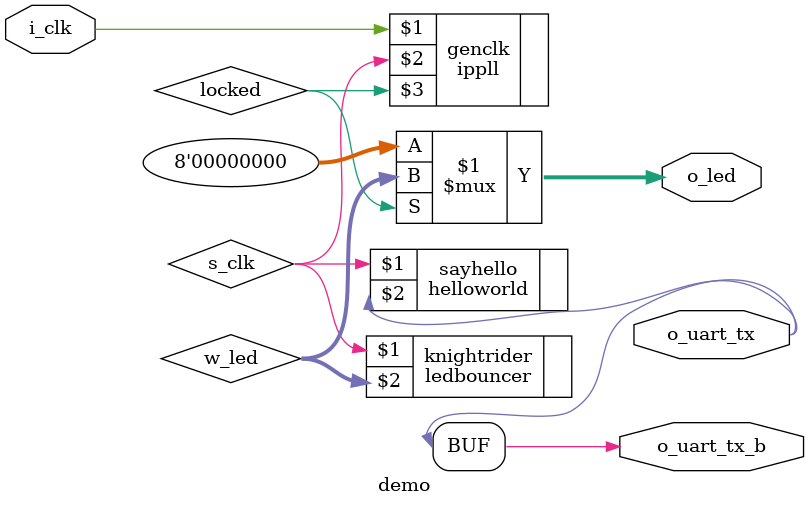
<source format=v>
`default_nettype	none
module	demo(i_clk, o_led, o_uart_tx, o_uart_tx_b);
	input	wire		i_clk;
	output	wire	[7:0]	o_led;
	output	wire		o_uart_tx;	// PIO_02	N2
	output	wire		o_uart_tx_b;	// PIO_06	L3


	wire	s_clk, locked;
	ippll genclk(i_clk, s_clk, locked);

	helloworld #(.INITIAL_UART_SETUP(31'd0868)) // 19.2 kB
		sayhello(s_clk, o_uart_tx);

	assign	o_uart_tx_b = o_uart_tx;

	wire	[7:0]	w_led;
	ledbouncer knightrider(s_clk, w_led);

	assign o_led = (locked) ? w_led : 8'h00;

endmodule

</source>
